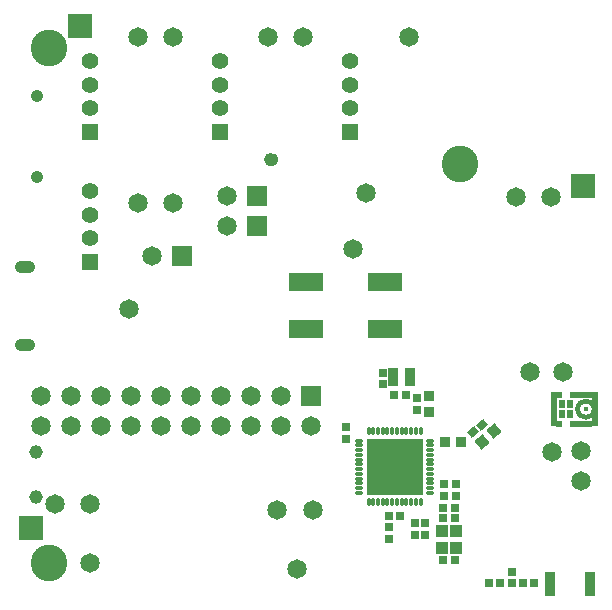
<source format=gts>
G04 Layer_Color=8388736*
%FSLAX24Y24*%
%MOIN*%
G70*
G01*
G75*
%ADD51C,0.1220*%
%ADD130C,0.0178*%
%ADD131C,0.0240*%
G04:AMPARAMS|DCode=132|XSize=72.8mil|YSize=19.8mil|CornerRadius=0mil|HoleSize=0mil|Usage=FLASHONLY|Rotation=180.002|XOffset=0mil|YOffset=0mil|HoleType=Round|Shape=Rectangle|*
%AMROTATEDRECTD132*
4,1,4,0.0364,0.0099,0.0364,-0.0099,-0.0364,-0.0099,-0.0364,0.0099,0.0364,0.0099,0.0*
%
%ADD132ROTATEDRECTD132*%

G04:AMPARAMS|DCode=133|XSize=17.7mil|YSize=19.8mil|CornerRadius=0mil|HoleSize=0mil|Usage=FLASHONLY|Rotation=180.002|XOffset=0mil|YOffset=0mil|HoleType=Round|Shape=Rectangle|*
%AMROTATEDRECTD133*
4,1,4,0.0089,0.0099,0.0089,-0.0099,-0.0089,-0.0099,-0.0089,0.0099,0.0089,0.0099,0.0*
%
%ADD133ROTATEDRECTD133*%

%ADD134R,0.0198X0.1162*%
%ADD135C,0.0651*%
%ADD136R,0.0296X0.0257*%
%ADD137R,0.0375X0.0788*%
%ADD138R,0.0257X0.0296*%
%ADD139R,0.0375X0.0355*%
G04:AMPARAMS|DCode=140|XSize=37.5mil|YSize=35.5mil|CornerRadius=0mil|HoleSize=0mil|Usage=FLASHONLY|Rotation=310.000|XOffset=0mil|YOffset=0mil|HoleType=Round|Shape=Rectangle|*
%AMROTATEDRECTD140*
4,1,4,-0.0257,0.0029,0.0016,0.0258,0.0257,-0.0029,-0.0016,-0.0258,-0.0257,0.0029,0.0*
%
%ADD140ROTATEDRECTD140*%

%ADD141R,0.0257X0.0316*%
%ADD142R,0.0355X0.0375*%
G04:AMPARAMS|DCode=143|XSize=25.7mil|YSize=31.6mil|CornerRadius=0mil|HoleSize=0mil|Usage=FLASHONLY|Rotation=310.000|XOffset=0mil|YOffset=0mil|HoleType=Round|Shape=Rectangle|*
%AMROTATEDRECTD143*
4,1,4,-0.0204,-0.0003,0.0038,0.0200,0.0204,0.0003,-0.0038,-0.0200,-0.0204,-0.0003,0.0*
%
%ADD143ROTATEDRECTD143*%

%ADD144R,0.0316X0.0257*%
%ADD145R,0.1143X0.0611*%
%ADD146O,0.0139X0.0316*%
%ADD147O,0.0316X0.0139*%
%ADD148R,0.1910X0.1910*%
%ADD149R,0.0217X0.0296*%
%ADD150C,0.0139*%
%ADD151R,0.0787X0.0787*%
%ADD152R,0.0787X0.0787*%
%ADD153R,0.0395X0.0434*%
%ADD154R,0.0355X0.0611*%
%ADD155C,0.0178*%
%ADD156R,0.0651X0.0651*%
%ADD157O,0.0690X0.0414*%
%ADD158C,0.0462*%
%ADD159C,0.0414*%
%ADD160C,0.0560*%
%ADD161R,0.0560X0.0560*%
D51*
X1378Y18543D02*
D03*
Y1378D02*
D03*
X15071Y14685D02*
D03*
D130*
X19548Y6509D02*
G03*
X19548Y6509I-276J0D01*
G01*
D131*
X8901Y14830D02*
G03*
X8901Y14830I-110J0D01*
G01*
X8879D02*
G03*
X8879Y14830I-110J0D01*
G01*
D132*
X19095Y6027D02*
D03*
Y6992D02*
D03*
D133*
X18387Y6027D02*
D03*
Y6992D02*
D03*
D134*
X18200Y6509D02*
D03*
X19558D02*
D03*
D135*
X18504Y7756D02*
D03*
X17402D02*
D03*
X18150Y5079D02*
D03*
X13386Y18898D02*
D03*
X2756Y3346D02*
D03*
X1575D02*
D03*
X10157Y3150D02*
D03*
X8976D02*
D03*
X18110Y13583D02*
D03*
X16929D02*
D03*
X11929Y13701D02*
D03*
X4331Y13386D02*
D03*
X5512D02*
D03*
Y18898D02*
D03*
X4331D02*
D03*
X9646Y1181D02*
D03*
X8661Y18898D02*
D03*
X9843D02*
D03*
X19094Y5118D02*
D03*
Y4118D02*
D03*
X1091Y6957D02*
D03*
Y5957D02*
D03*
X2091D02*
D03*
Y6957D02*
D03*
X4091D02*
D03*
Y5957D02*
D03*
X5091D02*
D03*
Y6957D02*
D03*
X7091Y5957D02*
D03*
Y6957D02*
D03*
X10091Y5957D02*
D03*
X9091Y6957D02*
D03*
Y5957D02*
D03*
X8091Y6957D02*
D03*
Y5957D02*
D03*
X6091Y6957D02*
D03*
Y5957D02*
D03*
X3091D02*
D03*
Y6957D02*
D03*
X7300Y13600D02*
D03*
X7300Y12600D02*
D03*
X4800Y11600D02*
D03*
X11516Y11850D02*
D03*
X4055Y9843D02*
D03*
X2756Y1378D02*
D03*
D136*
X14937Y3630D02*
D03*
X14543D02*
D03*
X14937Y4010D02*
D03*
X14543D02*
D03*
X14897Y1471D02*
D03*
X14504D02*
D03*
X14504Y2871D02*
D03*
X14897D02*
D03*
X13087Y2941D02*
D03*
X12694D02*
D03*
X14504Y3211D02*
D03*
X14897D02*
D03*
X13267Y6981D02*
D03*
X12874D02*
D03*
X16417Y699D02*
D03*
X16024D02*
D03*
D137*
X19409Y693D02*
D03*
X18071D02*
D03*
D138*
X13631Y6494D02*
D03*
Y6887D02*
D03*
X11281Y5514D02*
D03*
Y5907D02*
D03*
X13571Y2314D02*
D03*
Y2707D02*
D03*
X13921Y2707D02*
D03*
Y2314D02*
D03*
X12521Y7334D02*
D03*
Y7727D02*
D03*
D139*
X14041Y6956D02*
D03*
Y6425D02*
D03*
D140*
X15799Y5429D02*
D03*
X16206Y5771D02*
D03*
D141*
X12691Y2194D02*
D03*
Y2568D02*
D03*
X16791Y1073D02*
D03*
Y699D02*
D03*
D142*
X15108Y5411D02*
D03*
X14577D02*
D03*
D143*
X15519Y5750D02*
D03*
X15806Y5990D02*
D03*
D144*
X17549Y699D02*
D03*
X17175D02*
D03*
D145*
X9931Y10748D02*
D03*
Y9173D02*
D03*
X12589Y10748D02*
D03*
Y9173D02*
D03*
D146*
X13757Y5781D02*
D03*
X13599D02*
D03*
X13442D02*
D03*
X13284D02*
D03*
X13127D02*
D03*
X12969D02*
D03*
X12812D02*
D03*
X12654D02*
D03*
X12497D02*
D03*
X12339D02*
D03*
X12182D02*
D03*
X12024D02*
D03*
Y3400D02*
D03*
X12182D02*
D03*
X12339D02*
D03*
X12497D02*
D03*
X12654D02*
D03*
X12812D02*
D03*
X12969D02*
D03*
X13127D02*
D03*
X13284D02*
D03*
X13442D02*
D03*
X13599D02*
D03*
X13757D02*
D03*
D147*
X11700Y5457D02*
D03*
Y5299D02*
D03*
Y5142D02*
D03*
Y4984D02*
D03*
Y4827D02*
D03*
Y4669D02*
D03*
Y4512D02*
D03*
Y4354D02*
D03*
Y4197D02*
D03*
Y4039D02*
D03*
Y3882D02*
D03*
Y3724D02*
D03*
X14081D02*
D03*
Y3882D02*
D03*
Y4039D02*
D03*
Y4197D02*
D03*
Y4354D02*
D03*
Y4512D02*
D03*
Y4669D02*
D03*
Y4827D02*
D03*
Y4984D02*
D03*
Y5142D02*
D03*
Y5299D02*
D03*
Y5457D02*
D03*
D148*
X12891Y4591D02*
D03*
D149*
X18465Y6332D02*
D03*
Y6687D02*
D03*
X18741D02*
D03*
Y6332D02*
D03*
D150*
X18997Y6509D02*
D03*
X8913Y14830D02*
D03*
X8647D02*
D03*
D151*
X787Y2559D02*
D03*
X19173Y13937D02*
D03*
D152*
X2402Y19291D02*
D03*
D153*
X14474Y2456D02*
D03*
X14927D02*
D03*
Y1885D02*
D03*
X14474D02*
D03*
D154*
X12845Y7581D02*
D03*
X13416D02*
D03*
D155*
X19272Y6509D02*
D03*
D156*
X10091Y6957D02*
D03*
X8300Y13600D02*
D03*
X8300Y12600D02*
D03*
X5800Y11600D02*
D03*
D157*
X571Y8661D02*
D03*
Y11260D02*
D03*
D158*
X937Y3573D02*
D03*
Y5073D02*
D03*
D159*
X974Y14260D02*
D03*
Y16937D02*
D03*
D160*
X2756Y18110D02*
D03*
Y17323D02*
D03*
Y16535D02*
D03*
X7087Y18110D02*
D03*
Y17323D02*
D03*
Y16535D02*
D03*
X2756Y13780D02*
D03*
Y12992D02*
D03*
Y12205D02*
D03*
X11417Y18110D02*
D03*
Y17323D02*
D03*
Y16535D02*
D03*
D161*
X2756Y15748D02*
D03*
X7087D02*
D03*
X2756Y11417D02*
D03*
X11417Y15748D02*
D03*
M02*

</source>
